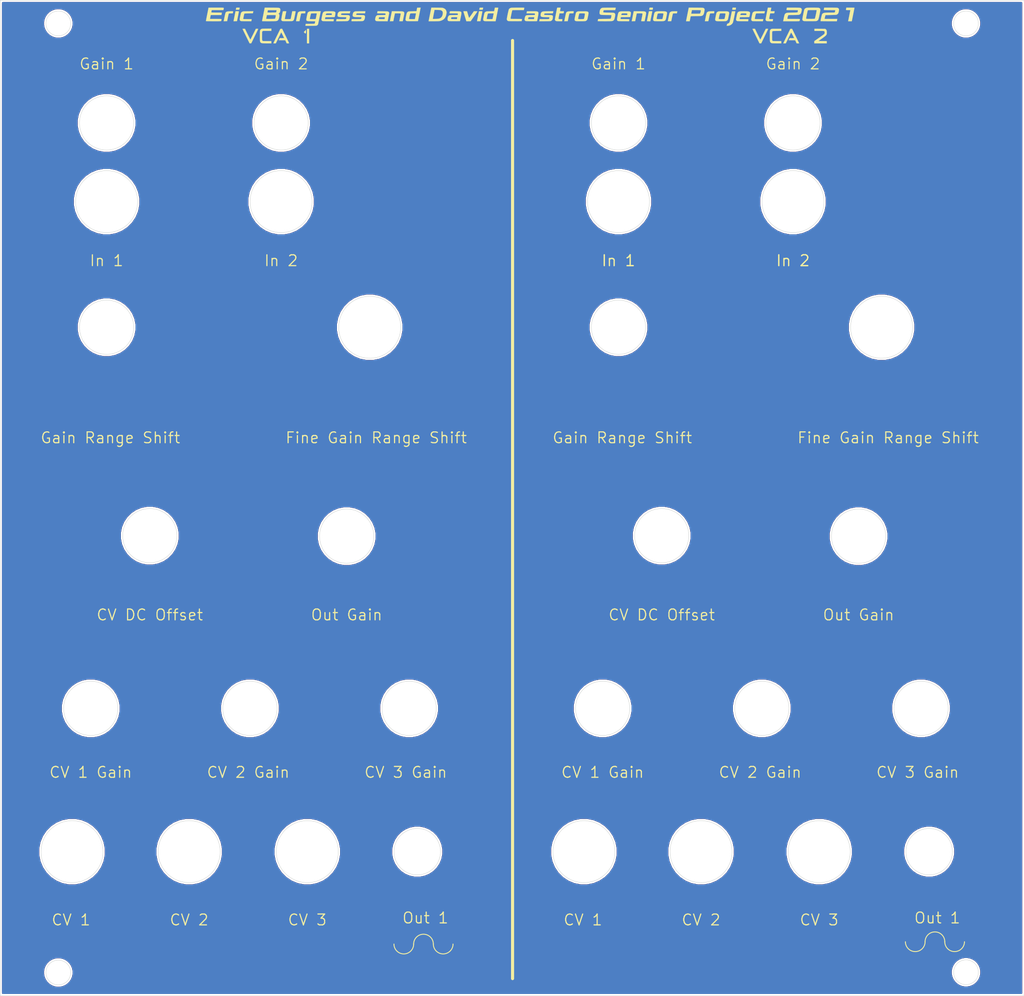
<source format=kicad_pcb>
(kicad_pcb (version 20171130) (host pcbnew "(5.1.12)-1")
  (layers (0 F.Cu signal hide) (31 B.Cu signal hide) (34 B.Paste user) (35 F.Paste user) (36 B.SilkS user) (37 F.SilkS user) (38 B.Mask user) (39 F.Mask user) (44 Edge.Cuts user))
  (net 0 "")
  (module "ECAD Models:VCA_Title" (layer F.Cu) (at 99.06 27.94)
    (fp_text reference Ref** hide)
    (fp_text value Val** hide)
  )
  (module "ECAD Models:none" (layer F.Cu) (at 123.85 71.45)
    (fp_text reference H1)
    (fp_text value MountingHole)
  )
  (gr_text "Fine Gain Range Shift" (at 146.05 81.28) (layer F.SilkS) (effects (font (size 1.4 1.4))))
  (gr_circle (center 145.21 67.015) (end 149.21 67.015) (layer Edge.Cuts) (width 0.05))
  (gr_text "In 1" (at 111.267 58.42) (layer F.SilkS) (effects (font (size 1.4 1.4))))
  (gr_text "In 2" (at 133.78 58.42) (layer F.SilkS) (effects (font (size 1.4 1.4))))
  (gr_circle (center 133.78 50.8) (end 137.78 50.8) (layer Edge.Cuts) (width 0.05))
  (gr_circle (center 111.267 50.8) (end 115.267 50.8) (layer Edge.Cuts) (width 0.05))
  (gr_circle (center 133.78 40.64) (end 137.28 40.64) (layer Edge.Cuts) (width 0.05))
  (gr_circle (center 111.267 40.64) (end 114.767 40.64) (layer Edge.Cuts) (width 0.05))
  (gr_text "In 1" (at 111.267 58.42) (layer F.SilkS) (effects (font (size 1.4 1.4))))
  (gr_text "In 2" (at 133.78 58.42) (layer F.SilkS) (effects (font (size 1.4 1.4))))
  (gr_text "Gain 1" (at 111.267 33.02) (layer F.SilkS) (effects (font (size 1.4 1.4))))
  (gr_text "Gain 2" (at 133.78 33.02) (layer F.SilkS) (effects (font (size 1.4 1.4))))
  (gr_text "Out Gain" (at 142.24 104.14) (layer F.SilkS) (effects (font (size 1.4 1.4))))
  (gr_circle (center 142.24 93.98) (end 145.74 93.98) (layer Edge.Cuts) (width 0.05))
  (gr_circle (center 76.2 93.98) (end 79.7 93.98) (layer Edge.Cuts) (width 0.05))
  (gr_text "Out Gain" (at 76.2 104.14) (layer F.SilkS) (effects (font (size 1.4 1.4))))
  (gr_circle (center 71.12 134.702) (end 75.12 134.702) (layer Edge.Cuts) (width 0.05))
  (gr_text "CV 3" (at 71.12 143.51) (layer F.SilkS) (effects (font (size 1.4 1.4))))
  (gr_arc (start 83.57 146.63) (end 82.3 146.63) (angle -180) (layer F.SilkS) (width 0.12))
  (gr_arc (start 86.11 146.63) (end 87.38 146.63) (angle -180) (layer F.SilkS) (width 0.12))
  (gr_arc (start 88.65 146.63) (end 87.38 146.63) (angle -180) (layer F.SilkS) (width 0.12))
  (gr_arc (start 149.55 146.33) (end 148.28 146.33) (angle -180) (layer F.SilkS) (width 0.12))
  (gr_arc (start 152.09 146.33) (end 153.36 146.33) (angle -180) (layer F.SilkS) (width 0.12))
  (gr_arc (start 154.63 146.33) (end 153.36 146.33) (angle -180) (layer F.SilkS) (width 0.12))
  (gr_circle (center 137.16 134.702) (end 141.16 134.702) (layer Edge.Cuts) (width 0.05))
  (gr_circle (center 121.92 134.702) (end 125.92 134.702) (layer Edge.Cuts) (width 0.05))
  (gr_circle (center 106.807 134.702) (end 110.807 134.702) (layer Edge.Cuts) (width 0.05))
  (gr_circle (center 129.76 116.205) (end 133.26 116.205) (layer Edge.Cuts) (width 0.05))
  (gr_circle (center 150.3 116.205) (end 153.8 116.205) (layer Edge.Cuts) (width 0.05))
  (gr_circle (center 151.347 134.702) (end 154.347 134.702) (layer Edge.Cuts) (width 0.05))
  (gr_circle (center 109.22 116.205) (end 112.72 116.205) (layer Edge.Cuts) (width 0.05))
  (gr_circle (center 111.267 67.015) (end 114.767 67.015) (layer Edge.Cuts) (width 0.05))
  (gr_circle (center 116.84 93.915) (end 120.34 93.915) (layer Edge.Cuts) (width 0.05))
  (gr_text "CV 1 Gain" (at 109.22 124.46) (layer F.SilkS) (effects (font (size 1.4 1.4))))
  (gr_text "CV 2" (at 121.92 143.51) (layer F.SilkS) (effects (font (size 1.4 1.4))))
  (gr_text "CV 2 Gain" (at 129.54 124.46) (layer F.SilkS) (effects (font (size 1.4 1.4))))
  (gr_text "CV 3" (at 137.16 143.51) (layer F.SilkS) (effects (font (size 1.4 1.4))))
  (gr_text "CV 3 Gain" (at 149.86 124.46) (layer F.SilkS) (effects (font (size 1.4 1.4))))
  (gr_text "Gain Range Shift" (at 111.76 81.28) (layer F.SilkS) (effects (font (size 1.4 1.4))))
  (gr_text "Out 1" (at 152.4 143.256) (layer F.SilkS) (effects (font (size 1.4 1.4))))
  (gr_text "CV 1" (at 106.68 143.51) (layer F.SilkS) (effects (font (size 1.4 1.4))))
  (gr_text "CV DC Offset" (at 116.84 104.14) (layer F.SilkS) (effects (font (size 1.4 1.4))))
  (gr_text "Gain 2" (at 67.74 33.02) (layer F.SilkS) (effects (font (size 1.4 1.4))))
  (gr_text "Gain 1" (at 45.227 33.02) (layer F.SilkS) (effects (font (size 1.4 1.4))))
  (gr_text "In 2" (at 67.74 58.42) (layer F.SilkS) (effects (font (size 1.4 1.4))))
  (gr_circle (center 67.74 40.64) (end 71.24 40.64) (layer Edge.Cuts) (width 0.05))
  (gr_text "CV 2 Gain" (at 63.5 124.46) (layer F.SilkS) (effects (font (size 1.4 1.4))))
  (gr_circle (center 63.72 116.205) (end 67.22 116.205) (layer Edge.Cuts) (width 0.05))
  (gr_circle (center 45.227 40.64) (end 48.727 40.64) (layer Edge.Cuts) (width 0.05))
  (gr_circle (center 67.74 50.8) (end 71.74 50.8) (layer Edge.Cuts) (width 0.05))
  (gr_circle (center 45.227 50.8) (end 49.227 50.8) (layer Edge.Cuts) (width 0.05))
  (gr_text "In 1" (at 45.227 58.42) (layer F.SilkS) (effects (font (size 1.4 1.4))))
  (gr_text "CV 3 Gain" (at 83.82 124.46) (layer F.SilkS) (effects (font (size 1.4 1.4))))
  (gr_circle (center 84.26 116.205) (end 87.76 116.205) (layer Edge.Cuts) (width 0.05))
  (gr_circle (center 50.8 93.915) (end 54.3 93.915) (layer Edge.Cuts) (width 0.05))
  (gr_text "Fine Gain Range Shift" (at 80.01 81.28) (layer F.SilkS) (effects (font (size 1.4 1.4))))
  (gr_text "Gain Range Shift" (at 45.72 81.28) (layer F.SilkS) (effects (font (size 1.4 1.4))))
  (gr_text "CV 1 Gain" (at 43.18 124.46) (layer F.SilkS) (effects (font (size 1.4 1.4))))
  (gr_text "Out 1" (at 86.36 143.256) (layer F.SilkS) (effects (font (size 1.4 1.4))))
  (gr_line (start 97.6 30) (end 97.6 151.086) (layer F.SilkS) (width 0.4))
  (gr_text "CV 2" (at 55.88 143.51) (layer F.SilkS) (effects (font (size 1.4 1.4))))
  (gr_text "CV 1" (at 40.64 143.51) (layer F.SilkS) (effects (font (size 1.4 1.4))))
  (gr_text "CV DC Offset" (at 50.8 104.14) (layer F.SilkS) (effects (font (size 1.4 1.4))))
  (gr_circle (center 156.1 27.8) (end 157.7 27.8) (layer Edge.Cuts) (width 0.05))
  (gr_circle (center 39 27.8) (end 40.6 27.8) (layer Edge.Cuts) (width 0.05))
  (gr_circle (center 39 150.3) (end 40.6 150.3) (layer Edge.Cuts) (width 0.05))
  (gr_circle (center 79.17 67.015) (end 83.17 67.015) (layer Edge.Cuts) (width 0.05))
  (gr_circle (center 45.227 67.015) (end 48.727 67.015) (layer Edge.Cuts) (width 0.05))
  (gr_circle (center 85.307 134.702) (end 88.307 134.702) (layer Edge.Cuts) (width 0.05))
  (gr_circle (center 55.88 134.702) (end 59.88 134.702) (layer Edge.Cuts) (width 0.05))
  (gr_circle (center 40.767 134.702) (end 44.767 134.702) (layer Edge.Cuts) (width 0.05))
  (gr_circle (center 156.1 150.2664) (end 157.7 150.2664) (layer Edge.Cuts) (width 0.05))
  (gr_circle (center 43.18 116.205) (end 46.68 116.205) (layer Edge.Cuts) (width 0.05))
  (gr_line (start 31.5 24.8) (end 31.5 153.3) (layer Edge.Cuts) (width 0.05))
  (gr_line (start 163.58 24.8) (end 163.58 153.3) (layer Edge.Cuts) (width 0.05))
  (gr_line (start 31.5 153.3) (end 163.58 153.3) (layer Edge.Cuts) (width 0.05))
  (gr_line (start 31.5 24.8) (end 163.58 24.8) (layer Edge.Cuts) (width 0.05))
  (zone (net 0) (net_name "") (layer F.Cu) (connect_pads yes (clearance 0.2)) (min_thickness 0.254) (fill yes (arc_segments 32) (thermal_gap 0.508) (thermal_bridge_width 0.508))
    (polygon (pts (xy 163.575 153.3) (xy 31.5 153.3) (xy 31.5 24.8) (xy 163.575 24.8)))
  )
  (zone (net 0) (net_name "") (layer B.Cu) (connect_pads yes (clearance 0.2)) (min_thickness 0.254) (fill yes (arc_segments 32) (thermal_gap 0.508) (thermal_bridge_width 0.508))
    (polygon (pts (xy 163.575 153.3) (xy 31.5 153.3) (xy 31.5 24.8) (xy 163.575 24.8)))
  )
)
</source>
